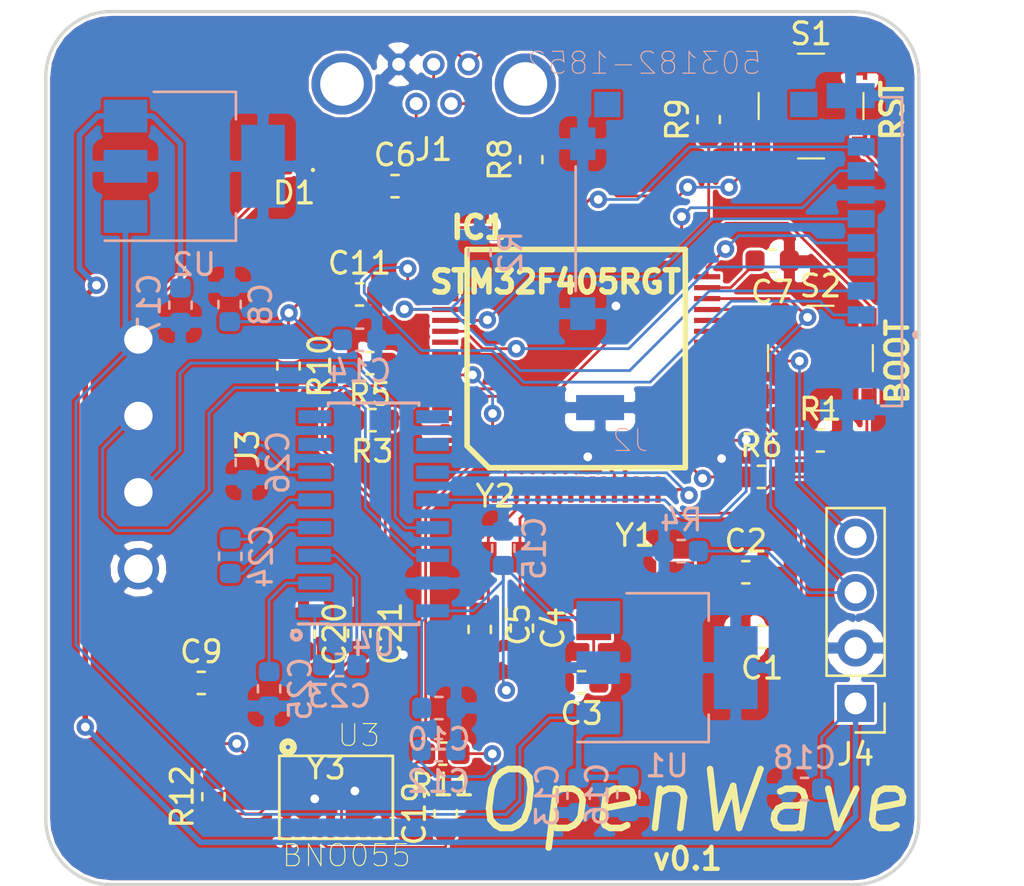
<source format=kicad_pcb>
(kicad_pcb (version 20211014) (generator pcbnew)
  (layers (0 "F.Cu" signal) (1 "In1.Cu" signal "GND") (2 "In2.Cu" signal "POWER") (31 "B.Cu" signal) (34 "B.Paste" user) (35 "F.Paste" user) (36 "B.SilkS" user "B.Silkscreen") (37 "F.SilkS" user "F.Silkscreen") (38 "B.Mask" user) (39 "F.Mask" user) (44 "Edge.Cuts" user))
  (net 0 "")
  (net 1 "/BOOT0")
  (net 2 "+3V3")
  (net 3 "/NRST")
  (net 4 "GND")
  (net 5 "/N$9")
  (net 6 "/N$10")
  (net 7 "/N$6")
  (net 8 "/N$5")
  (net 9 "/N$1")
  (net 10 "/N$2")
  (net 11 "+12V")
  (net 12 "/4.2V")
  (net 13 "Net-(C19-Pad1)")
  (net 14 "/BNO055/XIN32")
  (net 15 "/BNO055/XOUT32")
  (net 16 "Net-(C23-Pad1)")
  (net 17 "Net-(C23-Pad2)")
  (net 18 "Net-(C24-Pad1)")
  (net 19 "Net-(C24-Pad2)")
  (net 20 "Net-(C25-Pad2)")
  (net 21 "Net-(C26-Pad2)")
  (net 22 "+5V")
  (net 23 "Net-(IC1-Pad1)")
  (net 24 "/IO_PC0")
  (net 25 "/IO_PC1")
  (net 26 "/IO_PC2")
  (net 27 "/IO_PC3")
  (net 28 "/IO_PA0")
  (net 29 "/IO_PA1")
  (net 30 "/IO_PA2")
  (net 31 "/IO_PA3")
  (net 32 "/IO_PA4")
  (net 33 "/IO_PA5")
  (net 34 "/IO_PA6")
  (net 35 "/IO_PA7")
  (net 36 "/LEDG1")
  (net 37 "/LEDG2")
  (net 38 "/IO_PB0")
  (net 39 "/IO_PB1")
  (net 40 "/IO_PB2")
  (net 41 "/IO_PB10")
  (net 42 "/IO_PB11")
  (net 43 "/IO_PB12")
  (net 44 "/IO_PB13")
  (net 45 "/IO_PB14")
  (net 46 "/IO_PB15")
  (net 47 "/IO_PC6")
  (net 48 "/IO_PC7")
  (net 49 "/SDIO_D0")
  (net 50 "/SDIO_D1")
  (net 51 "/LEDR1")
  (net 52 "/FS_USB_ID")
  (net 53 "/FS_DM")
  (net 54 "/FS_DP")
  (net 55 "/USR_SW")
  (net 56 "/IO_PA14")
  (net 57 "/IO_PA15")
  (net 58 "/SDIO_D2")
  (net 59 "/SDIO_D3")
  (net 60 "/SDIO_CK")
  (net 61 "/SDIO_CMD")
  (net 62 "/IO_PB3")
  (net 63 "/IO_PB4")
  (net 64 "/MMA_AVDD")
  (net 65 "/I2C1-SCK")
  (net 66 "/I2C1-SDA")
  (net 67 "Net-(IC1-Pad61)")
  (net 68 "/IO_PB9")
  (net 69 "Net-(J1-Pad6)")
  (net 70 "Net-(J1-Pad2)")
  (net 71 "Net-(J1-Pad3)")
  (net 72 "Net-(J2-PadSW)")
  (net 73 "Net-(J2-PadDT)")
  (net 74 "/RS232_RX")
  (net 75 "/RS232_TX")
  (net 76 "Net-(R12-Pad1)")
  (net 77 "Net-(U3-Pad14)")
  (net 78 "Net-(U3-Pad17)")
  (net 79 "Net-(U3-Pad18)")
  (net 80 "Net-(U4-Pad7)")
  (net 81 "Net-(U4-Pad8)")
  (net 82 "Net-(U4-Pad9)")
  (net 83 "Net-(U4-Pad10)")
  (net 84 "Net-(S1-Pad1)")
  (net 85 "Net-(S1-Pad3)")
  (net 86 "Net-(S2-Pad3)")
  (net 87 "Net-(S2-Pad1)")
  (footprint "my_footprints:wurth_usb_connector" (layer "F.Cu") (at 81.77 66.42)
    (fp_text reference "J1")
    (fp_text value "USB_OTG")
  )
  (footprint "Capacitor_SMD:C_0603_1608Metric" (layer "F.Cu") (at 96.82 92.65 180)
    (fp_text reference "C1")
    (fp_text value "100n")
  )
  (footprint "Capacitor_SMD:C_0603_1608Metric" (layer "F.Cu") (at 96.07 89.69)
    (fp_text reference "C2")
    (fp_text value "12p")
  )
  (footprint "Capacitor_SMD:C_0603_1608Metric" (layer "F.Cu") (at 88.55 94.73 180)
    (fp_text reference "C3")
    (fp_text value "12p")
  )
  (footprint "Capacitor_SMD:C_0603_1608Metric" (layer "F.Cu") (at 85.81 92.25 -90)
    (fp_text reference "C4")
    (fp_text value "12p")
  )
  (footprint "Capacitor_SMD:C_0603_1608Metric" (layer "F.Cu") (at 83.88 92.31 -90)
    (fp_text reference "C5")
    (fp_text value "12p")
  )
  (footprint "Capacitor_SMD:C_0603_1608Metric" (layer "F.Cu") (at 80 72)
    (fp_text reference "C6")
    (fp_text value "2u2")
  )
  (footprint "Capacitor_SMD:C_0603_1608Metric" (layer "F.Cu") (at 97.28 75.42 180)
    (fp_text reference "C7")
    (fp_text value "2u2")
  )
  (footprint "Capacitor_SMD:C_0603_1608Metric" (layer "F.Cu") (at 71.1225 94.76)
    (fp_text reference "C9")
    (fp_text value "100n")
  )
  (footprint "Capacitor_SMD:C_0603_1608Metric" (layer "F.Cu") (at 78.3725 76.96)
    (fp_text reference "C11")
    (fp_text value "100n")
  )
  (footprint "Capacitor_SMD:C_0603_1608Metric" (layer "F.Cu") (at 82.32 100.75 90)
    (fp_text reference "C19")
    (fp_text value "22pf")
  )
  (footprint "Capacitor_SMD:C_0603_1608Metric" (layer "F.Cu") (at 75.81 92.52 -90)
    (fp_text reference "C20")
    (fp_text value "12pf")
  )
  (footprint "Capacitor_SMD:C_0603_1608Metric" (layer "F.Cu") (at 78.36 92.49 -90)
    (fp_text reference "C21")
    (fp_text value "12pf")
  )
  (footprint "Diode_SMD:D_0201_0603Metric" (layer "F.Cu") (at 75.38 71.26 180)
    (fp_text reference "D1")
    (fp_text value "D_Schottky")
  )
  (footprint "pyboard:LQFP64" (layer "F.Cu") (at 88.3 79.9)
    (fp_text reference "IC1")
    (fp_text value "STM32F405RGT")
  )
  (footprint "my_footprints:4-WAY-PCB_SOCKET" (layer "F.Cu") (at 64 72 90)
    (fp_text reference "J3")
    (fp_text value "Screw_Terminal_01x04")
  )
  (footprint "Connector_PinHeader_2.54mm:PinHeader_1x04_P2.54mm_Vertical" (layer "F.Cu") (at 101.1 95.7 180)
    (fp_text reference "J4")
    (fp_text value "Conn_01x04_Female")
  )
  (footprint "Resistor_SMD:R_0603_1608Metric" (layer "F.Cu") (at 99.4875 83.65)
    (fp_text reference "R1")
    (fp_text value "1k")
  )
  (footprint "Resistor_SMD:R_0603_1608Metric" (layer "F.Cu") (at 78.95 82.72 180)
    (fp_text reference "R3")
    (fp_text value "100k")
  )
  (footprint "Resistor_SMD:R_0603_1608Metric" (layer "F.Cu") (at 78.85 80.11 180)
    (fp_text reference "R5")
    (fp_text value "100k")
  )
  (footprint "Resistor_SMD:R_0603_1608Metric" (layer "F.Cu") (at 96.78 85.32)
    (fp_text reference "R6")
    (fp_text value "10K")
  )
  (footprint "Resistor_SMD:R_0603_1608Metric" (layer "F.Cu") (at 86.24 70.7825 90)
    (fp_text reference "R8")
    (fp_text value "15R")
  )
  (footprint "Resistor_SMD:R_0603_1608Metric" (layer "F.Cu") (at 94.37 68.95 90)
    (fp_text reference "R9")
    (fp_text value "15R")
  )
  (footprint "Resistor_SMD:R_0603_1608Metric" (layer "F.Cu") (at 75.12 80.24 -90)
    (fp_text reference "R10")
    (fp_text value "10k")
  )
  (footprint "Resistor_SMD:R_0603_1608Metric" (layer "F.Cu") (at 82.19 98 180)
    (fp_text reference "R11")
    (fp_text value "10k")
  )
  (footprint "Resistor_SMD:R_0603_1608Metric" (layer "F.Cu") (at 71.68 99.97 90)
    (fp_text reference "R12")
    (fp_text value "10k")
  )
  (footprint "BNO055:LGA28R50P4X10_380X520X100" (layer "F.Cu") (at 77.3 100)
    (fp_text reference "U3")
    (fp_text value "BNO055")
  )
  (footprint "my_footprints:QC5CA8_8mhz_oscillator" (layer "F.Cu") (at 91 91 180)
    (fp_text reference "Y1")
    (fp_text value "8MHz")
  )
  (footprint "my_footprints:ABS06-32.768KHZ_smd_crystal" (layer "F.Cu") (at 85 89 180)
    (fp_text reference "Y2")
    (fp_text value "32.768KHz")
  )
  (footprint "my_footprints:ABS06-32.768KHZ_smd_crystal" (layer "F.Cu") (at 76.44 95.86)
    (fp_text reference "Y3")
    (fp_text value "Crystal")
  )
  (footprint "digikey-footprints:Switch_Tactile_SMD_4.5x4.5mm_TL3315NF160Q" (layer "F.Cu") (at 99.06 68.33)
    (fp_text reference "S1")
    (fp_text value "TL3315NF160Q")
  )
  (footprint "digikey-footprints:Switch_Tactile_SMD_4.5x4.5mm_TL3315NF160Q" (layer "F.Cu") (at 99.49 79.88)
    (fp_text reference "S2")
    (fp_text value "TL3315NF160Q")
  )
  (footprint "Capacitor_SMD:C_0603_1608Metric" (layer "B.Cu") (at 70.17 77.4525 -90)
    (fp_text reference "C17")
    (fp_text value "1u")
  )
  (footprint "Package_TO_SOT_SMD:SOT-223-3_TabPin2" (layer "B.Cu") (at 70.8 71.09)
    (fp_text reference "U2")
    (fp_text value "MIC5209-4.2")
  )
  (footprint "Capacitor_SMD:C_0603_1608Metric" (layer "B.Cu") (at 72.42 77.42 90)
    (fp_text reference "C8")
    (fp_text value "100n")
  )
  (footprint "Capacitor_SMD:C_0603_1608Metric" (layer "B.Cu") (at 82.01 95.91)
    (fp_text reference "C10")
    (fp_text value "100n")
  )
  (footprint "Capacitor_SMD:C_0603_1608Metric" (layer "B.Cu") (at 81.99 97.84)
    (fp_text reference "C12")
    (fp_text value "4u7")
  )
  (footprint "Capacitor_SMD:C_0603_1608Metric" (layer "B.Cu") (at 88.41 99.91 -90)
    (fp_text reference "C13")
    (fp_text value "1u")
  )
  (footprint "Capacitor_SMD:C_0603_1608Metric" (layer "B.Cu") (at 78.38 79.04)
    (fp_text reference "C14")
    (fp_text value "1u")
  )
  (footprint "Capacitor_SMD:C_0603_1608Metric" (layer "B.Cu") (at 84.96 88.59 90)
    (fp_text reference "C15")
    (fp_text value "100n")
  )
  (footprint "Capacitor_SMD:C_0603_1608Metric" (layer "B.Cu") (at 90.69 99.87 -90)
    (fp_text reference "C16")
    (fp_text value "1u")
  )
  (footprint "Capacitor_SMD:C_0603_1608Metric" (layer "B.Cu") (at 98.76 99.62 180)
    (fp_text reference "C18")
    (fp_text value "100n")
  )
  (footprint "Capacitor_SMD:C_0603_1608Metric" (layer "B.Cu") (at 77.46 93.94)
    (fp_text reference "C23")
    (fp_text value "0.1uF")
  )
  (footprint "Capacitor_SMD:C_0603_1608Metric" (layer "B.Cu") (at 72.45 88.96 90)
    (fp_text reference "C24")
    (fp_text value "0.1uF")
  )
  (footprint "Capacitor_SMD:C_0603_1608Metric" (layer "B.Cu") (at 74.23 95.03 90)
    (fp_text reference "C25")
    (fp_text value "0.1uF")
  )
  (footprint "Capacitor_SMD:C_0603_1608Metric" (layer "B.Cu") (at 73.21 84.66 90)
    (fp_text reference "C26")
    (fp_text value "0.1uF")
  )
  (footprint "503182-1852:MOLEX_503182-1852" (layer "B.Cu") (at 95 75 90)
    (fp_text reference "J2")
    (fp_text value "503182-1852")
  )
  (footprint "Resistor_SMD:R_0603_1608Metric" (layer "B.Cu") (at 83.87 75.03 90)
    (fp_text reference "R2")
    (fp_text value "10M")
  )
  (footprint "Resistor_SMD:R_0603_1608Metric" (layer "B.Cu") (at 93.11 88.72 180)
    (fp_text reference "R4")
    (fp_text value "100k")
  )
  (footprint "Package_TO_SOT_SMD:SOT-223-3_TabPin2" (layer "B.Cu") (at 92.46 94.06)
    (fp_text reference "U1")
    (fp_text value "MIC5239-3.3YS")
  )
  (footprint "Package_SO:SOIC-16_3.9x9.9mm_P1.27mm" (layer "B.Cu") (at 79.02 87.01)
    (fp_text reference "U4")
    (fp_text value "MAX3232")
  )
  (gr_circle (center 75.48 92.57) (end 75.64 92.69) (layer "B.SilkS") (width 0.2) (fill none))
  (gr_line (start 64 67) (end 64 101) (layer "Edge.Cuts") (width 0.15))
  (gr_arc (start 101 64) (mid 103.12132 64.87868) (end 104 67) (layer "Edge.Cuts") (width 0.15))
  (gr_line (start 104 101) (end 104 67) (layer "Edge.Cuts") (width 0.15))
  (gr_line (start 101 64) (end 67 64) (layer "Edge.Cuts") (width 0.15))
  (gr_line (start 67 104) (end 101 104) (layer "Edge.Cuts") (width 0.15))
  (gr_arc (start 104 101) (mid 103.12132 103.12132) (end 101 104) (layer "Edge.Cuts") (width 0.15))
  (gr_arc (start 64 67) (mid 64.87868 64.87868) (end 67 64) (layer "Edge.Cuts") (width 0.15))
  (gr_arc (start 67 104) (mid 64.87868 103.12132) (end 64 101) (layer "Edge.Cuts") (width 0.15))
  (gr_text "OpenWave" (at 93.66 100.17) (layer "F.SilkS") (effects (font (size 2.7 2.7) (thickness 0.3) italic)))
  (gr_text "BOOT" (at 103.01 80.03 90) (layer "F.SilkS") (effects (font (size 1 1) (thickness 0.2))))
  (gr_text "v0.1" (at 93.4 102.82) (layer "F.SilkS") (effects (font (size 1 1) (thickness 0.2))))
  (gr_text "RST" (at 102.78 68.53 90) (layer "F.SilkS") (effects (font (size 1 1) (thickness 0.2))))
  (segment (start 80.09 82.72) (end 81.15994 81.65006) (width 0.127) (layer "F.Cu") (net 1))
  (segment (start 81.15994 81.65006) (end 82.30052 81.65006) (width 0.127) (layer "F.Cu") (net 1))
  (segment (start 101.965 78.13) (end 101.965 77.68) (width 0.127) (layer "F.Cu") (net 1))
  (segment (start 101.615 78.13) (end 101.965 78.13) (width 0.127) (layer "F.Cu") (net 1))
  (segment (start 85.669285 81.65006) (end 85.305214 81.285989) (width 0.127) (layer "F.Cu") (net 1))
  (segment (start 83.02696 81.65006) (end 82.30052 81.65006) (width 0.127) (layer "F.Cu") (net 1))
  (segment (start 87.21994 81.65006) (end 85.669285 81.65006) (width 0.127) (layer "F.Cu") (net 1))
  (segment (start 95.17 73.7) (end 87.21994 81.65006) (width 0.127) (layer "F.Cu") (net 1))
  (segment (start 83.391031 81.285989) (end 83.02696 81.65006) (width 0.127) (layer "F.Cu") (net 1))
  (segment (start 79.7375 82.72) (end 80.09 82.72) (width 0.127) (layer "F.Cu") (net 1))
  (segment (start 85.305214 81.285989) (end 83.391031 81.285989) (width 0.127) (layer "F.Cu") (net 1))
  (segment (start 101.965 77.68) (end 97.985 73.7) (width 0.127) (layer "F.Cu") (net 1))
  (segment (start 97.985 73.7) (end 95.17 73.7) (width 0.127) (layer "F.Cu") (net 1))
  (segment (start 94.29948 75.72052) (end 95.14 74.88) (width 0.127) (layer "F.Cu") (net 2))
  (segment (start 85.05134 84.60866) (end 85.52 84.14) (width 0.127) (layer "F.Cu") (net 2))
  (segment (start 90.5479 85.0679) (end 90.5479 85.0621) (width 0.127) (layer "F.Cu") (net 2))
  (segment (start 73.5125 99.1825) (end 74.08 99.75) (width 0.127) (layer "F.Cu") (net 2))
  (segment (start 74.08 99.75) (end 74.9875 99.75) (width 0.127) (layer "F.Cu") (net 2))
  (segment (start 84.45 98) (end 84.46 98.01) (width 0.127) (layer "F.Cu") (net 2))
  (segment (start 75.12 77.83) (end 75.14 77.81) (width 0.127) (layer "F.Cu") (net 2))
  (segment (start 94.16 85.32) (end 94.09 85.39) (width 0.127) (layer "F.Cu") (net 2))
  (segment (start 92.43 83.73) (end 92.43 83.18) (width 0.127) (layer "F.Cu") (net 2))
  (segment (start 92.43 83.18) (end 92.96172 82.64828) (width 0.127) (layer "F.Cu") (net 2))
  (segment (start 92.96172 82.64828) (end 94.29948 82.64828) (width 0.127) (layer "F.Cu") (net 2))
  (segment (start 90.5479 85.0621) (end 92.43 83.18) (width 0.127) (layer "F.Cu") (net 2))
  (segment (start 75.55 97.72) (end 75.53 97.7) (width 0.127) (layer "F.Cu") (net 2))
  (segment (start 75.53 97.7) (end 73.62 97.7) (width 0.127) (layer "F.Cu") (net 2))
  (segment (start 73.62 97.7) (end 73.215 98.105) (width 0.127) (layer "F.Cu") (net 2))
  (segment (start 72.85 98.47) (end 72.85 99.1825) (width 0.127) (layer "F.Cu") (net 2))
  (segment (start 72.85 99.1825) (end 72.8275 99.16) (width 0.127) (layer "F.Cu") (net 2))
  (segment (start 72.8275 99.16) (end 72.79 99.16) (width 0.127) (layer "F.Cu") (net 2))
  (segment (start 72.79 99.16) (end 72.79 99.1825) (width 0.127) (layer "F.Cu") (net 2))
  (segment (start 72.79 99.1825) (end 73.5125 99.1825) (width 0.127) (layer "F.Cu") (net 2))
  (segment (start 73.215 98.105) (end 72.85 98.47) (width 0.127) (layer "F.Cu") (net 2))
  (segment (start 72.75 97.64) (end 72.75 97.54) (width 0.127) (layer "F.Cu") (net 2))
  (segment (start 77.585 76.96) (end 75.99 76.96) (width 0.127) (layer "F.Cu") (net 2))
  (segment (start 88.216056 84.14) (end 88.546558 83.809498) (width 0.127) (layer "F.Cu") (net 2))
  (segment (start 101.24 84.12) (end 100.91 84.45) (width 0.127) (layer "F.Cu") (net 2))
  (segment (start 73.215 98.105) (end 72.75 97.64) (width 0.127) (layer "F.Cu") (net 2))
  (segment (start 94.09 85.39) (end 92.43 83.73) (width 0.127) (layer "F.Cu") (net 2))
  (segment (start 100.91 84.45) (end 96.8625 84.45) (width 0.127) (layer "F.Cu") (net 2))
  (segment (start 83.62 81.99) (end 83.98 81.63) (width 0.127) (layer "F.Cu") (net 2))
  (segment (start 85.08 81.63) (end 86.66 83.21) (width 0.127) (layer "F.Cu") (net 2))
  (segment (start 86.66 83.21) (end 86.66 84.14) (width 0.127) (layer "F.Cu") (net 2))
  (segment (start 79.04948 73.90052) (end 75.14 77.81) (width 0.127) (layer "F.Cu") (net 2))
  (segment (start 82.30052 83.64904) (end 83.02696 83.64904) (width 0.127) (layer "F.Cu") (net 2))
  (segment (start 86.66 84.14) (end 88.216056 84.14) (width 0.127) (layer "F.Cu") (net 2))
  (segment (start 75.55 98.4375) (end 75.55 97.72) (width 0.127) (layer "F.Cu") (net 2))
  (segment (start 89.289498 83.809498) (end 90.5479 85.0679) (width 0.127) (layer "F.Cu") (net 2))
  (segment (start 101.615 83.363784) (end 101.24 83.738784) (width 0.127) (layer "F.Cu") (net 2))
  (segment (start 95.9925 85.32) (end 94.16 85.32) (width 0.127) (layer "F.Cu") (net 2))
  (segment (start 101.24 83.738784) (end 101.24 84.12) (width 0.127) (layer "F.Cu") (net 2))
  (segment (start 70.335 94.76) (end 70.335 95.845) (width 0.127) (layer "F.Cu") (net 2))
  (segment (start 72.03 97.54) (end 72.75 97.54) (width 0.127) (layer "F.Cu") (net 2))
  (segment (start 83.98 81.63) (end 85.08 81.63) (width 0.127) (layer "F.Cu") (net 2))
  (segment (start 101.615 81.63) (end 101.615 83.363784) (width 0.127) (layer "F.Cu") (net 2))
  (segment (start 83.02696 83.64904) (end 83.62 83.056) (width 0.127) (layer "F.Cu") (net 2))
  (segment (start 94.29948 76.15096) (end 94.29948 75.72052) (width 0.127) (layer "F.Cu") (net 2))
  (segment (start 88.546558 83.809498) (end 89.289498 83.809498) (width 0.127) (layer "F.Cu") (net 2))
  (segment (start 82.9775 98) (end 84.45 98) (width 0.127) (layer "F.Cu") (net 2))
  (segment (start 70.335 95.845) (end 72.03 97.54) (width 0.127) (layer "F.Cu") (net 2))
  (segment (start 83.62 83.056) (end 83.62 81.99) (width 0.127) (layer "F.Cu") (net 2))
  (segment (start 101.615 81.63) (end 101.965 81.63) (width 0.127) (layer "F.Cu") (net 2))
  (segment (start 71.68 99.1825) (end 72.79 99.1825) (width 0.127) (layer "F.Cu") (net 2))
  (segment (start 75.99 76.96) (end 75.14 77.81) (width 0.127) (layer "F.Cu") (net 2))
  (segment (start 84.55096 73.90052) (end 79.04948 73.90052) (width 0.127) (layer "F.Cu") (net 2))
  (segment (start 96.8625 84.45) (end 95.9925 85.32) (width 0.127) (layer "F.Cu") (net 2))
  (segment (start 85.52 84.14) (end 86.66 84.14) (width 0.127) (layer "F.Cu") (net 2))
  (segment (start 85.05134 85.89948) (end 85.05134 84.60866) (width 0.127) (layer "F.Cu") (net 2))
  (segment (start 90.5479 85.89948) (end 90.5479 85.0679) (width 0.127) (layer "F.Cu") (net 2))
  (segment (start 75.12 79.4525) (end 75.12 77.83) (width 0.127) (layer "F.Cu") (net 2))
  (via (at 75.14 77.81) (size 0.8) (drill 0.4) (layers "F.Cu" "B.Cu") (net 2))
  (via (at 72.75 97.54) (size 0.8) (drill 0.4) (layers "F.Cu" "B.Cu") (net 2))
  (via (at 94.09 85.39) (size 0.8) (drill 0.4) (layers "F.Cu" "B.Cu") (net 2))
  (via (at 84.46 98.01) (size 0.8) (drill 0.4) (layers "F.Cu" "B.Cu") (net 2))
  (via (at 85.1 95.1) (size 0.8) (drill 0.4) (layers "F.Cu" "B.Cu") (net 2))
  (via (at 95.14 74.88) (size 0.8) (drill 0.4) (layers "F.Cu" "B.Cu") (net 2))
  (segment (start 99.27 74.6) (end 98.94 74.27) (width 0.127) (layer "B.Cu") (net 2))
  (segment (start 98.94 74.27) (end 95.75 74.27) (width 0.127) (layer "B.Cu") (net 2))
  (segment (start 95.75 74.27) (end 95.14 74.88) (width 0.127) (layer "B.Cu") (net 2))
  (segment (start 84.96 90.08) (end 83.585 91.455) (width 0.127) (layer "B.Cu") (net 2))
  (segment (start 83.585 91.455) (end 81.72 91.455) (width 0.127) (layer "B.Cu") (net 2))
  (segment (start 81.2225 91.9525) (end 81.72 91.455) (width 0.127) (layer "B.Cu") (net 2))
  (segment (start 87.3425 91.76) (end 84.96 89.3775) (width 0.127) (layer "B.Cu") (net 2))
  (segment (start 74.7425 78.2075) (end 75.14 77.81) (width 0.127) (layer "B.Cu") (net 2))
  (segment (start 76.37 79.04) (end 75.14 77.81) (width 0.127) (layer "B.Cu") (net 2))
  (segment (start 84.96 94.96) (end 85.1 95.1) (width 0.127) (layer "B.Cu") (net 2))
  (segment (start 81.2025 98.415) (end 81.8375 99.05) (width 0.127) (layer "B.Cu") (net 2))
  (segment (start 84.96 89.3775) (end 84.96 90.08) (width 0.127) (layer "B.Cu") (net 2))
  (segment (start 74.7425 78.2075) (end 72.42 78.2075) (width 0.127) (layer "B.Cu") (net 2))
  (segment (start 77.5925 79.04) (end 76.37 79.04) (width 0.127) (layer "B.Cu") (net 2))
  (segment (start 84.96 89.3775) (end 84.96 94.96) (width 0.127) (layer "B.Cu") (net 2))
  (segment (start 84.11 99.05) (end 84.46 98.7) (width 0.127) (layer "B.Cu") (net 2))
  (segment (start 99.27 74.6) (end 101.355 74.6) (width 0.127) (layer "B.Cu") (net 2))
  (segment (start 81.2025 97.84) (end 81.2025 98.415) (width 0.127) (layer "B.Cu") (net 2))
  (segment (start 81.2225 95.91) (end 81.2225 91.9525) (width 0.127) (layer "B.Cu") (net 2))
  (segment (start 81.8375 99.05) (end 84.11 99.05) (width 0.127) (layer "B.Cu") (net 2))
  (segment (start 89.31 91.76) (end 87.3425 91.76) (width 0.127) (layer "B.Cu") (net 2))
  (segment (start 84.46 98.7) (end 84.46 98.01) (width 0.127) (layer "B.Cu") (net 2))
  (segment (start 97.5675 85.32) (end 95.9075 86.98) (width 0.127) (layer "F.Cu") (net 3))
  (segment (start 101.185 70.08) (end 101.185 70.18) (width 0.127) (layer "F.Cu") (net 3))
  (segment (start 97.6075 92.65) (end 98.61 91.6475) (width 0.127) (layer "F.Cu") (net 3))
  (segment (start 102.92 71.915) (end 102.92 84.69) (width 0.127) (layer "F.Cu") (net 3))
  (segment (start 102.29 85.32) (end 97.5675 85.32) (width 0.127) (layer "F.Cu") (net 3))
  (segment (start 87.5507 86.7207) (end 87.5507 85.89948) (width 0.127) (layer "F.Cu") (net 3))
  (segment (start 95.9075 86.98) (end 87.81 86.98) (width 0.127) (layer "F.Cu") (net 3))
  (segment (start 101.185 70.18) (end 102.92 71.915) (width 0.127) (layer "F.Cu") (net 3))
  (segment (start 102.92 84.69) (end 102.29 85.32) (width 0.127) (layer "F.Cu") (net 3))
  (segment (start 98.61 86.3625) (end 97.5675 85.32) (width 0.127) (layer "F.Cu") (net 3))
  (segment (start 101.185 70.08) (end 101.535 70.08) (width 0.127) (layer "F.Cu") (net 3))
  (segment (start 98.61 91.6475) (end 98.61 86.3625) (width 0.127) (layer "F.Cu") (net 3))
  (segment (start 87.81 86.98) (end 87.5507 86.7207) (width 0.127) (layer "F.Cu") (net 3))
  (segment (start 93.57304 83.14866) (end 93.509539 83.212161) (width 0.127) (layer "F.Cu") (net 4))
  (segment (start 94.29948 83.14866) (end 93.57304 83.14866) (width 0.127) (layer "F.Cu") (net 4))
  (segment (start 74.9875 99.25) (end 75.327 99.25) (width 0.127) (layer "F.Cu") (net 4))
  (segment (start 90.04752 85.17304) (end 89.27448 84.4) (width 0.127) (layer "F.Cu") (net 4))
  (segment (start 75.327 99.25) (end 75.517 99.06) (width 0.127) (layer "F.Cu") (net 4))
  (segment (start 93.509539 83.920821) (end 94.068718 84.48) (width 0.127) (layer "F.Cu") (net 4))
  (segment (start 77.05 98.93) (end 77.05 98.4375) (width 0.127) (layer "F.Cu") (net 4))
  (segment (start 93.509539 83.212161) (end 93.509539 83.920821) (width 0.127) (layer "F.Cu") (net 4))
  (segment (start 89.27448 84.4) (end 88.83 84.4) (width 0.127) (layer "F.Cu") (net 4))
  (segment (start 75.517 99.06) (end 76.92 99.06) (width 0.127) (layer "F.Cu") (net 4))
  (segment (start 76.92 99.06) (end 77.05 98.93) (width 0.127) (layer "F.Cu") (net 4))
  (segment (start 94.068718 84.48) (end 94.96 84.48) (width 0.127) (layer "F.Cu") (net 4))
  (segment (start 90.04752 85.89948) (end 90.04752 85.17304) (width 0.127) (layer "F.Cu") (net 4))
  (via (at 78.16 99.71) (size 0.8) (drill 0.4) (layers "F.Cu" "B.Cu") (net 4))
  (via (at 88.83 84.4) (size 0.8) (drill 0.4) (layers "F.Cu" "B.Cu") (net 4))
  (via (at 90.12 77.49) (size 0.8) (drill 0.4) (layers "F.Cu" "B.Cu") (net 4))
  (via (at 94.96 84.48) (size 0.8) (drill 0.4) (layers "F.Cu" "B.Cu") (net 4))
  (via (at 80.38 93.47) (size 0.8) (drill 0.4) (layers "F.Cu" "B.Cu") (net 4))
  (via (at 76.32 100.07) (size 0.8) (drill 0.4) (layers "F.Cu" "B.Cu") (net 4))
  (segment (start 100.875 67.855) (end 100.35 67.855) (width 0.127) (layer "B.Cu") (net 4))
  (segment (start 90.47 87.42) (end 87.67 87.42) (width 0.127) (layer "F.Cu") (net 5))
  (segment (start 87.67 87.42) (end 87.05032 86.80032) (width 0.127) (layer "F.Cu") (net 5))
  (segment (start 87.05032 86.80032) (end 87.05032 85.89948) (width 0.127) (layer "F.Cu") (net 5))
  (segment (start 95.1225 89.85) (end 95.2825 89.69) (width 0.127) (layer "F.Cu") (net 5))
  (segment (start 92.9 89.85) (end 95.1225 89.85) (width 0.127) (layer "F.Cu") (net 5))
  (segment (start 92.9 89.85) (end 90.47 87.42) (width 0.127) (layer "F.Cu") (net 5))
  (segment (start 88.59 92.15) (end 86.98 90.54) (width 0.127) (layer "F.Cu") (net 6))
  (segment (start 86.98 90.54) (end 86.98 87.42) (width 0.127) (layer "F.Cu") (net 6))
  (segment (start 86.98 87.42) (end 86.54994 86.98994) (width 0.127) (layer "F.Cu") (net 6))
  (segment (start 86.54994 86.98994) (end 86.54994 85.89948) (width 0.127) (layer "F.Cu") (net 6))
  (segment (start 89.1 94.4925) (end 89.3375 94.73) (width 0.127) (layer "F.Cu") (net 6))
  (segment (start 89.1 92.15) (end 89.1 94.4925) (width 0.127) (layer "F.Cu") (net 6))
  (segment (start 89.1 92.15) (end 88.59 92.15) (width 0.127) (layer "F.Cu") (net 6))
  (segment (start 85.725 87.225) (end 86.0521 86.8979) (width 0.127) (layer "F.Cu") (net 7))
  (segment (start 86.0521 86.8979) (end 86.0521 85.89948) (width 0.127) (layer "F.Cu") (net 7))
  (segment (start 85.725 91.3775) (end 85.81 91.4625) (width 0.127) (layer "F.Cu") (net 7))
  (segment (start 85.725 89) (end 85.725 87.225) (width 0.127) (layer "F.Cu") (net 7))
  (segment (start 85.725 89) (end 85.725 91.3775) (width 0.127) (layer "F.Cu") (net 7))
  (segment (start 84.275 88.105) (end 85.55172 86.82828) (width 0.127) (layer "F.Cu") (net 8))
  (segment (start 85.55172 86.82828) (end 85.55172 85.89948) (width 0.127) (layer "F.Cu") (net 8))
  (segment (start 84.275 91.1275) (end 83.88 91.5225) (width 0.127) (layer "F.Cu") (net 8))
  (segment (start 84.275 89) (end 84.275 91.1275) (width 0.127) (layer "F.Cu") (net 8))
  (segment (start 84.275 89) (end 84.275 88.105) (width 0.127) (layer "F.Cu") (net 8))
  (segment (start 83.95 72) (end 85.05134 73.10134) (width 0.127) (layer "F.Cu") (net 9))
  (segment (start 85.05134 73.10134) (end 85.05134 73.90052) (width 0.127) (layer "F.Cu") (net 9))
  (segment (start 80.7875 72) (end 83.95 72) (width 0.127) (layer "F.Cu") (net 9))
  (segment (start 96.4925 75.5375) (end 95.37866 76.65134) (width 0.127) (layer "F.Cu") (net 10))
  (segment (start 95.37866 76.65134) (end 94.29948 76.65134) (width 0.127) (layer "F.Cu") (net 10))
  (segment (start 96.4925 75.42) (end 96.4925 75.5375) (width 0.127) (layer "F.Cu") (net 10))
  (segment (start 68.242 78.078) (end 75.06 71.26) (width 0.127) (layer "F.Cu") (net 11))
  (segment (start 68.242 79.026) (end 68.242 78.078) (width 0.127) (layer "F.Cu") (net 11))
  (segment (start 88.45 99.0825) (end 88.41 99.1225) (width 0.25) (layer "B.Cu") (net 11))
  (segment (start 88.41 97.26) (end 89.31 96.36) (width 0.25) (layer "B.Cu") (net 11))
  (segment (start 87.07 96.36) (end 85.72 97.71) (width 0.127) (layer "B.Cu") (net 11))
  (segment (start 85.72 97.71) (end 85.72 100.15) (width 0.127) (layer "B.Cu") (net 11))
  (segment (start 85.72 100.15) (end 85.09 100.78) (width 0.127) (layer "B.Cu") (net 11))
  (segment (start 85.09 100.78) (end 73.14 100.78) (width 0.127) (layer "B.Cu") (net 11))
  (segment (start 73.14 100.78) (end 65.38 93.02) (width 0.127) (layer "B.Cu") (net 11))
  (segment (start 65.38 93.02) (end 65.38 81.888) (width 0.127) (layer "B.Cu") (net 11))
  (segment (start 88.41 99.1225) (end 88.41 97.26) (width 0.25) (layer "B.Cu") (net 11))
  (segment (start 68.242 79.026) (end 65.38 81.888) (width 0.127) (layer "B.Cu") (net 11))
  (segment (start 89.31 96.36) (end 87.07 96.36) (width 0.127) (layer "B.Cu") (net 11))
  (segment (start 67.65 73.39) (end 67.65 78.434) (width 0.25) (layer "B.Cu") (net 11))
  (segment (start 67.65 78.434) (end 68.242 79.026) (width 0.25) (layer "B.Cu") (net 11))
  (segment (start 90.69 99.0825) (end 88.45 99.0825) (width 0.25) (layer "B.Cu") (net 11))
  (segment (start 66.32 76.54) (end 65.81 77.05) (width 0.25) (layer "F.Cu") (net 12))
  (segment (start 65.81 77.05) (end 65.81 96.78) (width 0.25) (layer "F.Cu") (net 12))
  (via (at 66.32 76.54) (size 0.8) (drill 0.4) (layers "F.Cu" "B.Cu") (net 12))
  (via (at 65.81 96.78) (size 0.8) (drill 0.4) (layers "F.Cu" "B.Cu") (net 12))
  (segment (start 99.5475 97.2525) (end 101.1 95.7) (width 0.127) (layer "B.Cu") (net 12))
  (segment (start 65.81 96.78) (end 71.09 102.06) (width 0.25) (layer "B.Cu") (net 12))
  (segment (start 71.09 102.06) (end 99.92 102.06) (width 0.25) (layer "B.Cu") (net 12))
  (segment (start 99.92 102.06) (end 101.1 100.88) (width 0.25) (layer "B.Cu") (net 12))
  (segment (start 101.1 100.88) (end 101.1 95.7) (width 0.25) (layer "B.Cu") (net 12))
  (segment (start 70.17 70.06) (end 70.17 76.1275) (width 0.25) (layer "B.Cu") (net 12))
  (segment (start 65.54 69.65) (end 65.54 75.76) (width 0.25) (layer "B.Cu") (net 12))
  (segment (start 66.4 68.79) (end 65.54 69.65) (width 0.25) (layer "B.Cu") (net 12))
  (segment (start 68.9 68.79) (end 70.17 70.06) (width 0.25) (layer "B.Cu") (net 12))
  (segment (start 70.17 76.1275) (end 70.17 76.665) (width 0.25) (layer "B.Cu") (net 12))
  (segment (start 65.54 75.76) (end 66.32 76.54) (width 0.25) (layer "B.Cu") (net 12))
  (segment (start 99.5475 99.62) (end 99.5475 97.2525) (width 0.127) (layer "B.Cu") (net 12))
  (segment (start 67.65 68.79) (end 68.9 68.79) (width 0.25) (layer "B.Cu") (net 12))
  (segment (start 67.65 68.79) (end 66.4 68.79) (width 0.25) (layer "B.Cu") (net 12))
  (segment (start 82.278 102.292) (end 82.32 102.25) (width 0.127) (layer "F.Cu") (net 13))
  (segment (start 76.55 101.952) (end 76.89 102.292) (width 0.127) (layer "F.Cu") (net 13))
  (segment (start 76.55 101.5625) (end 76.55 101.952) (width 0.127) (layer "F.Cu") (net 13))
  (segment (start 76.89 102.292) (end 82.278 102.292) (width 0.127) (layer "F.Cu") (net 13))
  (segment (start 82.32 102.25) (end 82.32 101.5375) (width 0.127) (layer "F.Cu") (net 13))
  (segment (start 76.05 96.195) (end 75.715 95.86) (width 0.127) (layer "F.Cu") (net 14))
  (segment (start 75.715 93.4025) (end 75.81 93.3075) (width 0.127) (layer "F.Cu") (net 14))
  (segment (start 75.715 95.86) (end 75.715 93.4025) (width 0.127) (layer "F.Cu") (net 14))
  (segment (start 76.05 98.4375) (end 76.05 96.195) (width 0.127) (layer "F.Cu") (net 14))
  (segment (start 76.55 97.49) (end 77.165 96.875) (width 0.127) (layer "F.Cu") (net 15))
  (segment (start 77.165 96.875) (end 77.165 95.86) (width 0.127) (layer "F.Cu") (net 15))
  (segment (start 77.165 94.4725) (end 78.36 93.2775) (width 0.127) (layer "F.Cu") (net 15))
  (segment (start 77.165 95.86) (end 77.165 94.4725) (width 0.127) (layer "F.Cu") (net 15))
  (segment (start 76.55 98.4375) (end 76.55 97.49) (width 0.127) (layer "F.Cu") (net 15))
  (segment (start 76.32 93.5875) (end 76.6725 93.94) (width 0.127) (layer "B.Cu") (net 16))
  (segment (start 76.32 91.455) (end 76.32 93.5875) (width 0.127) (layer "B.Cu") (net 16))
  (segment (start 77.255 88.915) (end 78.2475 89.9075) (width 0.127) (layer "B.Cu") (net 17))
  (segment (start 78.2475 89.9075) (end 78.2475 93.94) (width 0.127) (layer "B.Cu") (net 17))
  (segment (start 76.32 88.915) (end 77.255 88.915) (width 0.127) (layer "B.Cu") (net 17))
  (segment (start 73.0125 89.7475) (end 75.115 87.645) (width 0.127) (layer "B.Cu") (net 18))
  (segment (start 75.115 87.645) (end 76.32 87.645) (width 0.127) (layer "B.Cu") (net 18))
  (segment (start 72.45 89.7475) (end 73.0125 89.7475) (width 0.127) (layer "B.Cu") (net 18))
  (segment (start 73.3675 88.1725) (end 75.165 86.375) (width 0.127) (layer "B.Cu") (net 19))
  (segment (start 75.165 86.375) (end 76.32 86.375) (width 0.127) (layer "B.Cu") (net 19))
  (segment (start 72.45 88.1725) (end 73.3675 88.1725) (width 0.127) (layer "B.Cu") (net 19))
  (segment (start 75.015 90.185) (end 74.23 90.97) (width 0.127) (layer "B.Cu") (net 20))
  (segment (start 74.23 90.97) (end 74.23 94.2425) (width 0.127) (layer "B.Cu") (net 20))
  (segment (start 76.32 90.185) (end 75.015 90.185) (width 0.127) (layer "B.Cu") (net 20))
  (segment (start 73.9325 83.8725) (end 75.165 85.105) (width 0.127) (layer "B.Cu") (net 21))
  (segment (start 75.165 85.105) (end 76.32 85.105) (width 0.127) (layer "B.Cu") (net 21))
  (segment (start 73.21 83.8725) (end 73.9325 83.8725) (width 0.127) (layer "B.Cu") (net 21))
  (segment (start 88.14 72.81) (end 87.7 72.81) (width 0.127) (layer "F.Cu") (net 22))
  (segment (start 87.7 72.81) (end 87.5507 72.9593) (width 0.127) (layer "F.Cu") (net 22))
  (segment (start 87.5507 72.9593) (end 87.5507 73.90052) (width 0.127) (layer "F.Cu") (net 22))
  (segment (start 93.78 65.08) (end 95.72 67.02) (width 0.127) (layer "F.Cu") (net 22))
  (segment (start 95.72 67.02) (end 95.72 71.63) (width 0.127) (layer "F.Cu") (net 22))
  (segment (start 95.72 71.63) (end 95.3 72.05) (width 0.127) (layer "F.Cu") (net 22))
  (segment (start 93.41 72.05) (end 93.01 72.45) (width 0.127) (layer "F.Cu") (net 22))
  (segment (start 93.01 72.45) (end 90.15 72.45) (width 0.127) (layer "F.Cu") (net 22))
  (segment (start 90.15 72.45) (end 89.325 71.625) (width 0.127) (layer "F.Cu") (net 22))
  (segment (start 89.325 71.625) (end 88.14 72.81) (width 0.127) (layer "F.Cu") (net 22))
  (segment (start 83.37 66.42) (end 84.71 65.08) (width 0.127) (layer "F.Cu") (net 22))
  (segment (start 75.7 65.73) (end 76.21 65.22) (width 0.127) (layer "F.Cu") (net 22))
  (segment (start 82.17 65.22) (end 83.37 66.42) (width 0.127) (layer "F.Cu") (net 22))
  (segment (start 75.7 71.26) (end 75.7 65.73) (width 0.127) (layer "F.Cu") (net 22))
  (segment (start 84.71 65.08) (end 93.78 65.08) (width 0.127) (layer "F.Cu") (net 22))
  (segment (start 76.21 65.22) (end 82.17 65.22) (width 0.127) (layer "F.Cu") (net 22))
  (segment (start 75.7 71.26) (end 75.97 71.26) (width 0.127) (layer "F.Cu") (net 22))
  (via (at 93.41 72.05) (size 0.8) (drill 0.4) (layers "F.Cu" "B.Cu") (net 22))
  (via (at 95.3 72.05) (size 0.8) (drill 0.4) (layers "F.Cu" "B.Cu") (net 22))
  (segment (start 95.3 72.05) (end 93.41 72.05) (width 0.127) (layer "B.Cu") (net 22))
  (segment (start 93.47 86.16) (end 93.20948 85.89948) (width 0.127) (layer "F.Cu") (net 30))
  (segment (start 93.20948 85.89948) (end 92.04904 85.89948) (width 0.127) (layer "F.Cu") (net 30))
  (via (at 93.47 86.16) (size 0.8) (drill 0.4) (layers "F.Cu" "B.Cu") (net 30))
  (segment (start 88.451058 85.105) (end 88.476559 85.130501) (width 0.127) (layer "B.Cu") (net 30))
  (segment (start 88.476559 85.130501) (end 92.440501 85.130501) (width 0.127) (layer "B.Cu") (net 30))
  (segment (start 81.72 85.105) (end 88.451058 85.105) (width 0.127) (layer "B.Cu") (net 30))
  (segment (start 92.440501 85.130501) (end 93.47 86.16) (width 0.127) (layer "B.Cu") (net 30))
  (segment (start 96.09 83.62) (end 96.06096 83.64904) (width 0.127) (layer "F.Cu") (net 31))
  (segment (start 96.06096 83.64904) (end 94.29948 83.64904) (width 0.127) (layer "F.Cu") (net 31))
  (via (at 96.09 83.62) (size 0.8) (drill 0.4) (layers "F.Cu" "B.Cu") (net 31))
  (segment (start 92.355 86.375) (end 93.17 87.19) (width 0.127) (layer "B.Cu") (net 31))
  (segment (start 93.17 87.19) (end 94.88 87.19) (width 0.127) (layer "B.Cu") (net 31))
  (segment (start 94.88 87.19) (end 96.09 85.98) (width 0.127) (layer "B.Cu") (net 31))
  (segment (start 96.09 85.98) (end 96.09 83.62) (width 0.127) (layer "B.Cu") (net 31))
  (segment (start 81.72 86.375) (end 92.355 86.375) (width 0.127) (layer "B.Cu") (net 31))
  (segment (start 95.61 81.7) (end 95.61 78.62) (width 0.127) (layer "F.Cu") (net 40))
  (segment (start 97.56 83.65) (end 95.61 81.7) (width 0.127) (layer "F.Cu") (net 40))
  (segment (start 95.14248 78.15248) (end 94.29948 78.15248) (width 0.127) (layer "F.Cu") (net 40))
  (segment (start 98.7 83.65) (end 97.56 83.65) (width 0.127) (layer "F.Cu") (net 40))
  (segment (start 95.61 78.62) (end 95.14248 78.15248) (width 0.127) (layer "F.Cu") (net 40))
  (segment (start 97.964315 80.01) (end 95.606415 77.6521) (width 0.127) (layer "F.Cu") (net 41))
  (segment (start 95.606415 77.6521) (end 94.29948 77.6521) (width 0.127) (layer "F.Cu") (net 41))
  (segment (start 98.53 80.01) (end 97.964315 80.01) (width 0.127) (layer "F.Cu") (net 41))
  (via (at 98.53 80.01) (size 0.8) (drill 0.4) (layers "F.Cu" "B.Cu") (net 41))
  (segment (start 101.02 88.08) (end 98.53 85.59) (width 0.127) (layer "B.Cu") (net 41))
  (segment (start 98.53 85.59) (end 98.53 80.01) (width 0.127) (layer "B.Cu") (net 41))
  (segment (start 101.1 88.08) (end 101.02 88.08) (width 0.127) (layer "B.Cu") (net 41))
  (segment (start 98.9 78.01) (end 98.04172 77.15172) (width 0.127) (layer "F.Cu") (net 42))
  (segment (start 98.04172 77.15172) (end 94.29948 77.15172) (width 0.127) (layer "F.Cu") (net 42))
  (via (at 98.9 78.01) (size 0.8) (drill 0.4) (layers "F.Cu" "B.Cu") (net 42))
  (segment (start 97.21 86.73) (end 97.21 79.7) (width 0.127) (layer "B.Cu") (net 42))
  (segment (start 97.21 79.7) (end 98.9 78.01) (width 0.127) (layer "B.Cu") (net 42))
  (segment (start 97.05 88.72) (end 98.95 90.62) (width 0.127) (layer "B.Cu") (net 42))
  (segment (start 98.95 90.62) (end 101.1 90.62) (width 0.127) (layer "B.Cu") (net 42))
  (segment (start 93.8975 88.72) (end 97.05 88.72) (width 0.127) (layer "B.Cu") (net 42))
  (segment (start 101.1 90.62) (end 97.21 86.73) (width 0.127) (layer "B.Cu") (net 42))
  (segment (start 89.0493 74.5693) (end 89.29 74.81) (width 0.127) (layer "F.Cu") (net 49))
  (segment (start 89.29 74.81) (end 92.25 74.81) (width 0.127) (layer "F.Cu") (net 49))
  (segment (start 92.25 74.81) (end 93.13 73.93) (width 0.127) (layer "F.Cu") (net 49))
  (segment (start 93.13 73.93) (end 93.13 73.4) (width 0.127) (layer "F.Cu") (net 49))
  (segment (start 89.0493 73.90052) (end 89.0493 74.5693) (width 0.127) (layer "F.Cu") (net 49))
  (via (at 93.13 73.4) (size 0.8) (drill 0.4) (layers "F.Cu" "B.Cu") (net 49))
  (segment (start 93.13 73.4) (end 93.54 72.99) (width 0.127) (layer "B.Cu") (net 49))
  (segment (start 93.54 72.99) (end 98.68 72.99) (width 0.127) (layer "B.Cu") (net 49))
  (segment (start 98.68 72.99) (end 100.37 71.3) (width 0.127) (layer "B.Cu") (net 49))
  (segment (start 100.37 71.3) (end 101.355 71.3) (width 0.127) (layer "B.Cu") (net 49))
  (segment (start 89.31 72.61) (end 88.91 72.61) (width 0.127) (layer "F.Cu") (net 50))
  (segment (start 88.91 72.61) (end 88.54892 72.97108) (width 0.127) (layer "F.Cu") (net 50))
  (segment (start 88.54892 72.97108) (end 88.54892 73.90052) (width 0.127) (layer "F.Cu") (net 50))
  (via (at 89.31 72.61) (size 0.8) (drill 0.4) (layers "F.Cu" "B.Cu") (net 50))
  (segment (start 93.51 70.2) (end 91.1 72.61) (width 0.127) (layer "B.Cu") (net 50))
  (segment (start 91.1 72.61) (end 89.31 72.61) (width 0.127) (layer "B.Cu") (net 50))
  (segment (start 101.355 70.2) (end 93.51 70.2) (width 0.127) (layer "B.Cu") (net 50))
  (segment (start 87.14 70.78) (end 87.34 70.98) (width 0.127) (layer "F.Cu") (net 52))
  (segment (start 87.34 72.48) (end 87.05032 72.76968) (width 0.127) (layer "F.Cu") (net 52))
  (segment (start 80.97 68.22) (end 80.97 68.927106) (width 0.127) (layer "F.Cu") (net 52))
  (segment (start 87.34 70.98) (end 87.34 72.48) (width 0.127) (layer "F.Cu") (net 52))
  (segment (start 87.05032 73.17408) (end 87.05032 73.90052) (width 0.127) (layer "F.Cu") (net 52))
  (segment (start 80.97 68.927106) (end 82.822894 70.78) (width 0.127) (layer "F.Cu") (net 52))
  (segment (start 82.822894 70.78) (end 87.14 70.78) (width 0.127) (layer "F.Cu") (net 52))
  (segment (start 87.05032 72.76968) (end 87.05032 73.17408) (width 0.127) (layer "F.Cu") (net 52))
  (segment (start 94.37 73.47) (end 92.62 75.22) (width 0.127) (layer "F.Cu") (net 53))
  (segment (start 92.62 75.22) (end 86.86 75.22) (width 0.127) (layer "F.Cu") (net 53))
  (segment (start 86.86 75.22) (end 86.54994 74.90994) (width 0.127) (layer "F.Cu") (net 53))
  (segment (start 86.54994 74.90994) (end 86.54994 73.90052) (width 0.127) (layer "F.Cu") (net 53))
  (segment (start 94.37 69.7375) (end 94.37 73.47) (width 0.127) (layer "F.Cu") (net 53))
  (segment (start 86.0521 72.3196) (end 86.0521 73.90052) (width 0.127) (layer "F.Cu") (net 54))
  (segment (start 86.24 71.57) (end 86.24 72.1075) (width 0.127) (layer "F.Cu") (net 54))
  (segment (start 86.04 72.3075) (end 86.0521 72.3196) (width 0.127) (layer "F.Cu") (net 54))
  (segment (start 86.24 72.1075) (end 86.04 72.3075) (width 0.127) (layer "F.Cu") (net 54))
  (segment (start 80.58 75.78) (end 80.58 76.345685) (width 0.127) (layer "F.Cu") (net 58))
  (segment (start 80.58 76.345685) (end 81.386035 77.15172) (width 0.127) (layer "F.Cu") (net 58))
  (segment (start 81.386035 77.15172) (end 82.30052 77.15172) (width 0.127) (layer "F.Cu") (net 58))
  (via (at 80.58 75.78) (size 0.8) (drill 0.4) (layers "F.Cu" "B.Cu") (net 58))
  (segment (start 91.69 80.98) (end 85.894452 80.98) (width 0.127) (layer "B.Cu") (net 58))
  (segment (start 85.894452 80.98) (end 84.444452 79.53) (width 0.127) (layer "B.Cu") (net 58))
  (segment (start 99.47 77.27) (end 95.4 77.27) (width 0.127) (layer "B.Cu") (net 58))
  (segment (start 78.59 76.36) (end 79.17 75.78) (width 0.127) (layer "B.Cu") (net 58))
  (segment (start 79.17 75.78) (end 80.54 75.7) (width 0.127) (layer "B.Cu") (net 58))
  (segment (start 80.58 75.78) (end 80.54 75.74) (width 0.127) (layer "B.Cu") (net 58))
  (segment (start 81.23 79.53) (end 78.59 76.89) (width 0.127) (layer "B.Cu") (net 58))
  (segment (start 80.54 75.74) (end 80.54 75.7) (width 0.127) (layer "B.Cu") (net 58))
  (segment (start 95.4 77.27) (end 91.69 80.98) (width 0.127) (layer "B.Cu") (net 58))
  (segment (start 84.444452 79.53) (end 81.23 79.53) (width 0.127) (layer "B.Cu") (net 58))
  (segment (start 78.59 76.89) (end 78.59 76.36) (width 0.127) (layer "B.Cu") (net 58))
  (segment (start 100.1 77.9) (end 99.47 77.27) (width 0.127) (layer "B.Cu") (net 58))
  (segment (start 101.355 77.9) (end 100.1 77.9) (width 0.127) (layer "B.Cu") (net 58))
  (segment (start 80.43 77.64) (end 80.4421 77.6521) (width 0.127) (layer "F.Cu") (net 59))
  (segment (start 80.4421 77.6521) (end 82.30052 77.6521) (width 0.127) (layer "F.Cu") (net 59))
  (via (at 80.43 77.64) (size 0.8) (drill 0.4) (layers "F.Cu" "B.Cu") (net 59))
  (segment (start 82.54 77.64) (end 80.43 77.64) (width 0.127) (layer "B.Cu") (net 59))
  (segment (start 83.87 76.31) (end 82.54 77.64) (width 0.127) (layer "B.Cu") (net 59))
  (segment (start 90.75 80.45) (end 85.723677 80.45) (width 0.127) (layer "B.Cu") (net 59))
  (segment (start 84.175989 79.275989) (end 82.54 77.64) (width 0.127) (layer "B.Cu") (net 59))
  (segment (start 83.87 75.8175) (end 83.87 76.31) (width 0.127) (layer "B.Cu") (net 59))
  (segment (start 84.549666 79.275989) (end 84.175989 79.275989) (width 0.127) (layer "B.Cu") (net 59))
  (segment (start 85.723677 80.45) (end 84.549666 79.275989) (width 0.127) (layer "B.Cu") (net 59))
  (segment (start 101.355 76.8) (end 94.4 76.8) (width 0.127) (layer "B.Cu") (net 59))
  (segment (start 94.4 76.8) (end 90.75 80.45) (width 0.127) (layer "B.Cu") (net 59))
  (segment (start 84.23 78.13) (end 84.20752 78.15248) (width 0.127) (layer "F.Cu") (net 60))
  (segment (start 84.20752 78.15248) (end 82.30052 78.15248) (width 0.127) (layer "F.Cu") (net 60))
  (via (at 84.23 78.13) (size 0.8) (drill 0.4) (layers "F.Cu" "B.Cu") (net 60))
  (segment (start 94.51 73.5) (end 91.87 76.14) (width 0.127) (layer "B.Cu") (net 60))
  (segment (start 91.87 76.14) (end 86.22 76.14) (width 0.127) (layer "B.Cu") (net 60))
  (segment (start 86.22 76.14) (end 84.23 78.13) (width 0.127) (layer "B.Cu") (net 60))
  (segment (start 101.355 73.5) (end 94.51 73.5) (width 0.127) (layer "B.Cu") (net 60))
  (segment (start 83.21032 78.65032) (end 84.005363 79.445363) (width 0.127) (layer "F.Cu") (net 61))
  (segment (start 84.005363 79.445363) (end 85.554148 79.445363) (width 0.127) (layer "F.Cu") (net 61))
  (segment (start 82.30052 78.65032) (end 83.21032 78.65032) (width 0.127) (layer "F.Cu") (net 61))
  (via (at 85.554148 79.445363) (size 0.8) (drill 0.4) (layers "F.Cu" "B.Cu") (net 61))
  (segment (start 94.45 75.7) (end 90.704637 79.445363) (width 0.127) (layer "B.Cu") (net 61))
  (segment (start 101.355 75.7) (end 94.45 75.7) (width 0.127) (layer "B.Cu") (net 61))
  (segment (start 90.704637 79.445363) (end 85.554148 79.445363) (width 0.127) (layer "B.Cu") (net 61))
  (segment (start 82.2616 80.11) (end 82.30052 80.14892) (width 0.127) (layer "F.Cu") (net 64))
  (segment (start 79.6375 80.11) (end 82.2616 80.11) (width 0.127) (layer "F.Cu") (net 64))
  (segment (start 80.1525 99.25) (end 81.4025 98) (width 0.127) (layer "F.Cu") (net 65))
  (segment (start 81.4025 86.8375) (end 84.47 83.77) (width 0.127) (layer "F.Cu") (net 65))
  (segment (start 84.47 83.77) (end 84.47 82.42) (width 0.127) (layer "F.Cu") (net 65))
  (segment (start 82.30052 80.6493) (end 83.549016 80.6493) (width 0.127) (layer "F.Cu") (net 65))
  (segment (start 81.4025 98) (end 81.4025 86.8375) (width 0.127) (layer "F.Cu") (net 65))
  (segment (start 79.6125 99.25) (end 80.1525 99.25) (width 0.127) (layer "F.Cu") (net 65))
  (segment (start 83.549016 80.6493) (end 83.552744 80.645572) (width 0.127) (layer "F.Cu") (net 65))
  (via (at 83.552744 80.645572) (size 0.8) (drill 0.4) (layers "F.Cu" "B.Cu") (net 65))
  (via (at 84.47 82.42) (size 0.8) (drill 0.4) (layers "F.Cu" "B.Cu") (net 65))
  (segment (start 84.47 82.42) (end 84.47 81.562828) (width 0.127) (layer "B.Cu") (net 65))
  (segment (start 84.47 81.562828) (end 83.552744 80.645572) (width 0.127) (layer "B.Cu") (net 65))
  (segment (start 79.55 86.93) (end 76.67 84.05) (width 0.127) (layer "F.Cu") (net 66))
  (segment (start 76.67 84.05) (end 76.67 82.17) (width 0.127) (layer "F.Cu") (net 66))
  (segment (start 76.67 82.17) (end 76.86 81.98) (width 0.127) (layer "F.Cu") (net 66))
  (segment (start 77.69032 81.14968) (end 82.30052 81.14968) (width 0.127) (layer "F.Cu") (net 66))
  (segment (start 75.9075 81.0275) (end 76.86 81.98) (width 0.127) (layer "F.Cu") (net 66))
  (segment (start 76.86 81.98) (end 77.69032 81.14968) (width 0.127) (layer "F.Cu") (net 66))
  (segment (start 75.12 81.0275) (end 75.9075 81.0275) (width 0.127) (layer "F.Cu") (net 66))
  (segment (start 79.55 98.4375) (end 79.55 86.93) (width 0.127) (layer "F.Cu") (net 66))
  (segment (start 94.37 68.1625) (end 94.1175 68.1625) (width 0.127) (layer "F.Cu") (net 70))
  (segment (start 84.187106 69.13) (end 92.42 69.13) (width 0.127) (layer "F.Cu") (net 70))
  (segment (start 82.57 68.22) (end 83.277106 68.22) (width 0.127) (layer "F.Cu") (net 70))
  (segment (start 93.3875 68.1625) (end 94.37 68.1625) (width 0.127) (layer "F.Cu") (net 70))
  (segment (start 92.42 69.13) (end 93.3875 68.1625) (width 0.127) (layer "F.Cu") (net 70))
  (segment (start 83.277106 68.22) (end 84.187106 69.13) (width 0.127) (layer "F.Cu") (net 70))
  (segment (start 81.77 66.42) (end 81.77 69.21) (width 0.127) (layer "F.Cu") (net 71))
  (segment (start 82.555 69.995) (end 86.24 69.995) (width 0.127) (layer "F.Cu") (net 71))
  (segment (start 81.77 69.21) (end 82.555 69.995) (width 0.127) (layer "F.Cu") (net 71))
  (segment (start 70.15 84.118) (end 70.15 80.58) (width 0.127) (layer "B.Cu") (net 74))
  (segment (start 70.15 80.58) (end 70.62 80.11) (width 0.127) (layer "B.Cu") (net 74))
  (segment (start 70.62 80.11) (end 78.13 80.11) (width 0.127) (layer "B.Cu") (net 74))
  (segment (start 78.13 80.11) (end 80.01 81.99) (width 0.127) (layer "B.Cu") (net 74))
  (segment (start 80.01 81.99) (end 80.01 87.17) (width 0.127) (layer "B.Cu") (net 74))
  (segment (start 80.01 87.17) (end 80.485 87.645) (width 0.127) (layer "B.Cu") (net 74))
  (segment (start 80.485 87.645) (end 81.72 87.645) (width 0.127) (layer "B.Cu") (net 74))
  (segment (start 68.242 86.026) (end 70.15 84.118) (width 0.127) (layer "B.Cu") (net 74))
  (segment (start 68.094 82.526) (end 66.6 84.02) (width 0.127) (layer "B.Cu") (net 75))
  (segment (start 66.6 84.02) (end 66.6 87.12) (width 0.127) (layer "B.Cu") (net 75))
  (segment (start 66.6 87.12) (end 67.26 87.78) (width 0.127) (layer "B.Cu") (net 75))
  (segment (start 67.26 87.78) (end 69.65 87.78) (width 0.127) (layer "B.Cu") (net 75))
  (segment (start 69.65 87.78) (end 71.48 85.95) (width 0.127) (layer "B.Cu") (net 75))
  (segment (start 71.48 85.95) (end 71.48 82.4) (width 0.127) (layer "B.Cu") (net 75))
  (segment (start 71.48 82.4) (end 72.65 81.23) (width 0.127) (layer "B.Cu") (net 75))
  (segment (start 72.65 81.23) (end 77.67 81.23) (width 0.127) (layer "B.Cu") (net 75))
  (segment (start 77.67 81.23) (end 78.64 82.2) (width 0.127) (layer "B.Cu") (net 75))
  (segment (start 78.64 82.2) (end 78.64 86.72) (width 0.127) (layer "B.Cu") (net 75))
  (segment (start 78.64 86.72) (end 80.835 88.915) (width 0.127) (layer "B.Cu") (net 75))
  (segment (start 80.835 88.915) (end 81.72 88.915) (width 0.127) (layer "B.Cu") (net 75))
  (segment (start 68.242 82.526) (end 68.094 82.526) (width 0.127) (layer "B.Cu") (net 75))
  (segment (start 73.7825 100.7575) (end 74.29 100.25) (width 0.127) (layer "F.Cu") (net 76))
  (segment (start 74.29 100.25) (end 74.9875 100.25) (width 0.127) (layer "F.Cu") (net 76))
  (segment (start 75.327 100.25) (end 75.64 99.937) (width 0.127) (layer "F.Cu") (net 76))
  (segment (start 76.56 99.38) (end 77.55 100.37) (width 0.127) (layer "F.Cu") (net 76))
  (segment (start 75.64 99.67) (end 75.93 99.38) (width 0.127) (layer "F.Cu") (net 76))
  (segment (start 74.9875 100.25) (end 75.327 100.25) (width 0.127) (layer "F.Cu") (net 76))
  (segment (start 75.64 99.937) (end 75.64 99.67) (width 0.127) (layer "F.Cu") (net 76))
  (segment (start 77.55 100.37) (end 77.55 101.5625) (width 0.127) (layer "F.Cu") (net 76))
  (segment (start 71.68 100.7575) (end 73.7825 100.7575) (width 0.127) (layer "F.Cu") (net 76))
  (segment (start 75.93 99.38) (end 76.56 99.38) (width 0.127) (layer "F.Cu") (net 76))
  (segment (start 96.585 66.58) (end 96.935 66.58) (width 0.127) (layer "F.Cu") (net 84))
  (segment (start 96.585 70.08) (end 96.935 70.08) (width 0.127) (layer "F.Cu") (net 85))
  (segment (start 97.015 81.63) (end 97.365 81.63) (width 0.127) (layer "F.Cu") (net 86))
  (segment (start 97.015 78.13) (end 97.365 78.13) (width 0.127) (layer "F.Cu") (net 87))
  (zone (net 4) (net_name "GND") (layer "F.Cu") (connect_pads (clearance 0.127)) (min_thickness 0.254) (fill yes (thermal_gap 0.508) (thermal_bridge_width 0.508))
    (polygon (pts (xy 64 64) (xy 64 104) (xy 104 104) (xy 104 64)))
  )
  (zone (net 4) (net_name "GND") (layer "B.Cu") (connect_pads (clearance 0.127)) (min_thickness 0.254) (fill yes (thermal_gap 0.508) (thermal_bridge_width 0.508))
    (polygon (pts (xy 64 64) (xy 64 104) (xy 104 104) (xy 104 64)))
  )
)
</source>
